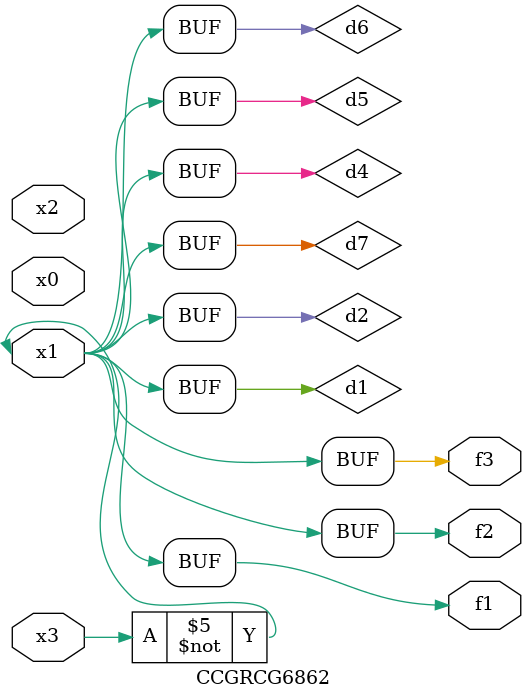
<source format=v>
module CCGRCG6862(
	input x0, x1, x2, x3,
	output f1, f2, f3
);

	wire d1, d2, d3, d4, d5, d6, d7;

	not (d1, x3);
	buf (d2, x1);
	xnor (d3, d1, d2);
	nor (d4, d1);
	buf (d5, d1, d2);
	buf (d6, d4, d5);
	nand (d7, d4);
	assign f1 = d6;
	assign f2 = d7;
	assign f3 = d6;
endmodule

</source>
